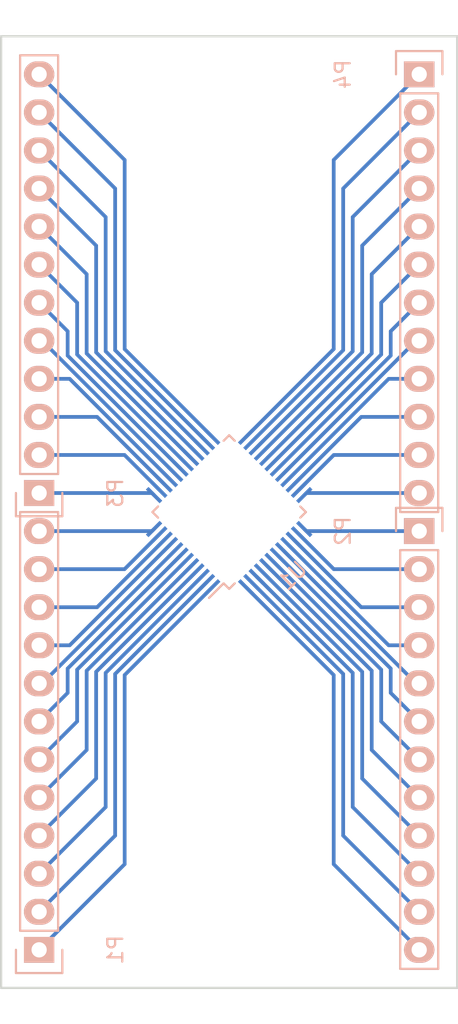
<source format=kicad_pcb>
(kicad_pcb (version 4) (host pcbnew 4.0.2-stable)

  (general
    (links 48)
    (no_connects 0)
    (area 0 0 0 0)
    (thickness 1.6)
    (drawings 4)
    (tracks 124)
    (zones 0)
    (modules 5)
    (nets 49)
  )

  (page A4)
  (layers
    (0 F.Cu signal)
    (31 B.Cu signal)
    (32 B.Adhes user)
    (33 F.Adhes user)
    (34 B.Paste user)
    (35 F.Paste user)
    (36 B.SilkS user)
    (37 F.SilkS user)
    (38 B.Mask user)
    (39 F.Mask user)
    (40 Dwgs.User user)
    (41 Cmts.User user)
    (42 Eco1.User user)
    (43 Eco2.User user)
    (44 Edge.Cuts user)
    (45 Margin user)
    (46 B.CrtYd user)
    (47 F.CrtYd user)
    (48 B.Fab user)
    (49 F.Fab user)
  )

  (setup
    (last_trace_width 0.25)
    (user_trace_width 0.3)
    (trace_clearance 0.2)
    (zone_clearance 0.508)
    (zone_45_only no)
    (trace_min 0.2)
    (segment_width 0.2)
    (edge_width 0.15)
    (via_size 0.6)
    (via_drill 0.4)
    (via_min_size 0.4)
    (via_min_drill 0.3)
    (uvia_size 0.3)
    (uvia_drill 0.1)
    (uvias_allowed no)
    (uvia_min_size 0.2)
    (uvia_min_drill 0.1)
    (pcb_text_width 0.3)
    (pcb_text_size 1.5 1.5)
    (mod_edge_width 0.15)
    (mod_text_size 1 1)
    (mod_text_width 0.15)
    (pad_size 1.524 1.524)
    (pad_drill 0.762)
    (pad_to_mask_clearance 0.2)
    (aux_axis_origin 0 0)
    (visible_elements FFFFFF7F)
    (pcbplotparams
      (layerselection 0x00030_80000001)
      (usegerberextensions false)
      (excludeedgelayer true)
      (linewidth 0.100000)
      (plotframeref false)
      (viasonmask false)
      (mode 1)
      (useauxorigin false)
      (hpglpennumber 1)
      (hpglpenspeed 20)
      (hpglpendiameter 15)
      (hpglpenoverlay 2)
      (psnegative false)
      (psa4output false)
      (plotreference true)
      (plotvalue true)
      (plotinvisibletext false)
      (padsonsilk false)
      (subtractmaskfromsilk false)
      (outputformat 1)
      (mirror false)
      (drillshape 1)
      (scaleselection 1)
      (outputdirectory ""))
  )

  (net 0 "")
  (net 1 "Net-(P1-Pad1)")
  (net 2 "Net-(P1-Pad2)")
  (net 3 "Net-(P1-Pad3)")
  (net 4 "Net-(P1-Pad4)")
  (net 5 "Net-(P1-Pad5)")
  (net 6 "Net-(P1-Pad6)")
  (net 7 "Net-(P1-Pad7)")
  (net 8 "Net-(P1-Pad8)")
  (net 9 "Net-(P1-Pad9)")
  (net 10 "Net-(P1-Pad10)")
  (net 11 "Net-(P1-Pad11)")
  (net 12 "Net-(P1-Pad12)")
  (net 13 "Net-(P2-Pad1)")
  (net 14 "Net-(P2-Pad2)")
  (net 15 "Net-(P2-Pad3)")
  (net 16 "Net-(P2-Pad4)")
  (net 17 "Net-(P2-Pad5)")
  (net 18 "Net-(P2-Pad6)")
  (net 19 "Net-(P2-Pad7)")
  (net 20 "Net-(P2-Pad8)")
  (net 21 "Net-(P2-Pad9)")
  (net 22 "Net-(P2-Pad10)")
  (net 23 "Net-(P2-Pad11)")
  (net 24 "Net-(P2-Pad12)")
  (net 25 "Net-(P3-Pad1)")
  (net 26 "Net-(P3-Pad2)")
  (net 27 "Net-(P3-Pad3)")
  (net 28 "Net-(P3-Pad4)")
  (net 29 "Net-(P3-Pad5)")
  (net 30 "Net-(P3-Pad6)")
  (net 31 "Net-(P3-Pad7)")
  (net 32 "Net-(P3-Pad8)")
  (net 33 "Net-(P3-Pad9)")
  (net 34 "Net-(P3-Pad10)")
  (net 35 "Net-(P3-Pad11)")
  (net 36 "Net-(P3-Pad12)")
  (net 37 "Net-(P4-Pad1)")
  (net 38 "Net-(P4-Pad2)")
  (net 39 "Net-(P4-Pad3)")
  (net 40 "Net-(P4-Pad4)")
  (net 41 "Net-(P4-Pad5)")
  (net 42 "Net-(P4-Pad6)")
  (net 43 "Net-(P4-Pad7)")
  (net 44 "Net-(P4-Pad8)")
  (net 45 "Net-(P4-Pad9)")
  (net 46 "Net-(P4-Pad10)")
  (net 47 "Net-(P4-Pad11)")
  (net 48 "Net-(P4-Pad12)")

  (net_class Default "これは標準のネット クラスです。"
    (clearance 0.2)
    (trace_width 0.25)
    (via_dia 0.6)
    (via_drill 0.4)
    (uvia_dia 0.3)
    (uvia_drill 0.1)
    (add_net "Net-(P1-Pad1)")
    (add_net "Net-(P1-Pad10)")
    (add_net "Net-(P1-Pad11)")
    (add_net "Net-(P1-Pad12)")
    (add_net "Net-(P1-Pad2)")
    (add_net "Net-(P1-Pad3)")
    (add_net "Net-(P1-Pad4)")
    (add_net "Net-(P1-Pad5)")
    (add_net "Net-(P1-Pad6)")
    (add_net "Net-(P1-Pad7)")
    (add_net "Net-(P1-Pad8)")
    (add_net "Net-(P1-Pad9)")
    (add_net "Net-(P2-Pad1)")
    (add_net "Net-(P2-Pad10)")
    (add_net "Net-(P2-Pad11)")
    (add_net "Net-(P2-Pad12)")
    (add_net "Net-(P2-Pad2)")
    (add_net "Net-(P2-Pad3)")
    (add_net "Net-(P2-Pad4)")
    (add_net "Net-(P2-Pad5)")
    (add_net "Net-(P2-Pad6)")
    (add_net "Net-(P2-Pad7)")
    (add_net "Net-(P2-Pad8)")
    (add_net "Net-(P2-Pad9)")
    (add_net "Net-(P3-Pad1)")
    (add_net "Net-(P3-Pad10)")
    (add_net "Net-(P3-Pad11)")
    (add_net "Net-(P3-Pad12)")
    (add_net "Net-(P3-Pad2)")
    (add_net "Net-(P3-Pad3)")
    (add_net "Net-(P3-Pad4)")
    (add_net "Net-(P3-Pad5)")
    (add_net "Net-(P3-Pad6)")
    (add_net "Net-(P3-Pad7)")
    (add_net "Net-(P3-Pad8)")
    (add_net "Net-(P3-Pad9)")
    (add_net "Net-(P4-Pad1)")
    (add_net "Net-(P4-Pad10)")
    (add_net "Net-(P4-Pad11)")
    (add_net "Net-(P4-Pad12)")
    (add_net "Net-(P4-Pad2)")
    (add_net "Net-(P4-Pad3)")
    (add_net "Net-(P4-Pad4)")
    (add_net "Net-(P4-Pad5)")
    (add_net "Net-(P4-Pad6)")
    (add_net "Net-(P4-Pad7)")
    (add_net "Net-(P4-Pad8)")
    (add_net "Net-(P4-Pad9)")
  )

  (module Socket_Strips:Socket_Strip_Straight_1x12 (layer B.Cu) (tedit 0) (tstamp 575CDDAF)
    (at 142.24 139.7 90)
    (descr "Through hole socket strip")
    (tags "socket strip")
    (path /575C2E06)
    (fp_text reference P1 (at 0 5.1 90) (layer B.SilkS)
      (effects (font (size 1 1) (thickness 0.15)) (justify mirror))
    )
    (fp_text value CONN_01X12 (at 0 3.1 90) (layer B.Fab)
      (effects (font (size 1 1) (thickness 0.15)) (justify mirror))
    )
    (fp_line (start -1.75 1.75) (end -1.75 -1.75) (layer B.CrtYd) (width 0.05))
    (fp_line (start 29.7 1.75) (end 29.7 -1.75) (layer B.CrtYd) (width 0.05))
    (fp_line (start -1.75 1.75) (end 29.7 1.75) (layer B.CrtYd) (width 0.05))
    (fp_line (start -1.75 -1.75) (end 29.7 -1.75) (layer B.CrtYd) (width 0.05))
    (fp_line (start 1.27 -1.27) (end 29.21 -1.27) (layer B.SilkS) (width 0.15))
    (fp_line (start 29.21 -1.27) (end 29.21 1.27) (layer B.SilkS) (width 0.15))
    (fp_line (start 29.21 1.27) (end 1.27 1.27) (layer B.SilkS) (width 0.15))
    (fp_line (start -1.55 -1.55) (end 0 -1.55) (layer B.SilkS) (width 0.15))
    (fp_line (start 1.27 -1.27) (end 1.27 1.27) (layer B.SilkS) (width 0.15))
    (fp_line (start 0 1.55) (end -1.55 1.55) (layer B.SilkS) (width 0.15))
    (fp_line (start -1.55 1.55) (end -1.55 -1.55) (layer B.SilkS) (width 0.15))
    (pad 1 thru_hole rect (at 0 0 90) (size 1.7272 2.032) (drill 1.016) (layers *.Cu *.Mask B.SilkS)
      (net 1 "Net-(P1-Pad1)"))
    (pad 2 thru_hole oval (at 2.54 0 90) (size 1.7272 2.032) (drill 1.016) (layers *.Cu *.Mask B.SilkS)
      (net 2 "Net-(P1-Pad2)"))
    (pad 3 thru_hole oval (at 5.08 0 90) (size 1.7272 2.032) (drill 1.016) (layers *.Cu *.Mask B.SilkS)
      (net 3 "Net-(P1-Pad3)"))
    (pad 4 thru_hole oval (at 7.62 0 90) (size 1.7272 2.032) (drill 1.016) (layers *.Cu *.Mask B.SilkS)
      (net 4 "Net-(P1-Pad4)"))
    (pad 5 thru_hole oval (at 10.16 0 90) (size 1.7272 2.032) (drill 1.016) (layers *.Cu *.Mask B.SilkS)
      (net 5 "Net-(P1-Pad5)"))
    (pad 6 thru_hole oval (at 12.7 0 90) (size 1.7272 2.032) (drill 1.016) (layers *.Cu *.Mask B.SilkS)
      (net 6 "Net-(P1-Pad6)"))
    (pad 7 thru_hole oval (at 15.24 0 90) (size 1.7272 2.032) (drill 1.016) (layers *.Cu *.Mask B.SilkS)
      (net 7 "Net-(P1-Pad7)"))
    (pad 8 thru_hole oval (at 17.78 0 90) (size 1.7272 2.032) (drill 1.016) (layers *.Cu *.Mask B.SilkS)
      (net 8 "Net-(P1-Pad8)"))
    (pad 9 thru_hole oval (at 20.32 0 90) (size 1.7272 2.032) (drill 1.016) (layers *.Cu *.Mask B.SilkS)
      (net 9 "Net-(P1-Pad9)"))
    (pad 10 thru_hole oval (at 22.86 0 90) (size 1.7272 2.032) (drill 1.016) (layers *.Cu *.Mask B.SilkS)
      (net 10 "Net-(P1-Pad10)"))
    (pad 11 thru_hole oval (at 25.4 0 90) (size 1.7272 2.032) (drill 1.016) (layers *.Cu *.Mask B.SilkS)
      (net 11 "Net-(P1-Pad11)"))
    (pad 12 thru_hole oval (at 27.94 0 90) (size 1.7272 2.032) (drill 1.016) (layers *.Cu *.Mask B.SilkS)
      (net 12 "Net-(P1-Pad12)"))
    (model Socket_Strips.3dshapes/Socket_Strip_Straight_1x12.wrl
      (at (xyz 0.55 0 0))
      (scale (xyz 1 1 1))
      (rotate (xyz 0 0 180))
    )
  )

  (module Socket_Strips:Socket_Strip_Straight_1x12 (layer B.Cu) (tedit 0) (tstamp 575CDDBF)
    (at 167.64 111.76 270)
    (descr "Through hole socket strip")
    (tags "socket strip")
    (path /575C2F60)
    (fp_text reference P2 (at 0 5.1 270) (layer B.SilkS)
      (effects (font (size 1 1) (thickness 0.15)) (justify mirror))
    )
    (fp_text value CONN_01X12 (at 0 3.1 270) (layer B.Fab)
      (effects (font (size 1 1) (thickness 0.15)) (justify mirror))
    )
    (fp_line (start -1.75 1.75) (end -1.75 -1.75) (layer B.CrtYd) (width 0.05))
    (fp_line (start 29.7 1.75) (end 29.7 -1.75) (layer B.CrtYd) (width 0.05))
    (fp_line (start -1.75 1.75) (end 29.7 1.75) (layer B.CrtYd) (width 0.05))
    (fp_line (start -1.75 -1.75) (end 29.7 -1.75) (layer B.CrtYd) (width 0.05))
    (fp_line (start 1.27 -1.27) (end 29.21 -1.27) (layer B.SilkS) (width 0.15))
    (fp_line (start 29.21 -1.27) (end 29.21 1.27) (layer B.SilkS) (width 0.15))
    (fp_line (start 29.21 1.27) (end 1.27 1.27) (layer B.SilkS) (width 0.15))
    (fp_line (start -1.55 -1.55) (end 0 -1.55) (layer B.SilkS) (width 0.15))
    (fp_line (start 1.27 -1.27) (end 1.27 1.27) (layer B.SilkS) (width 0.15))
    (fp_line (start 0 1.55) (end -1.55 1.55) (layer B.SilkS) (width 0.15))
    (fp_line (start -1.55 1.55) (end -1.55 -1.55) (layer B.SilkS) (width 0.15))
    (pad 1 thru_hole rect (at 0 0 270) (size 1.7272 2.032) (drill 1.016) (layers *.Cu *.Mask B.SilkS)
      (net 13 "Net-(P2-Pad1)"))
    (pad 2 thru_hole oval (at 2.54 0 270) (size 1.7272 2.032) (drill 1.016) (layers *.Cu *.Mask B.SilkS)
      (net 14 "Net-(P2-Pad2)"))
    (pad 3 thru_hole oval (at 5.08 0 270) (size 1.7272 2.032) (drill 1.016) (layers *.Cu *.Mask B.SilkS)
      (net 15 "Net-(P2-Pad3)"))
    (pad 4 thru_hole oval (at 7.62 0 270) (size 1.7272 2.032) (drill 1.016) (layers *.Cu *.Mask B.SilkS)
      (net 16 "Net-(P2-Pad4)"))
    (pad 5 thru_hole oval (at 10.16 0 270) (size 1.7272 2.032) (drill 1.016) (layers *.Cu *.Mask B.SilkS)
      (net 17 "Net-(P2-Pad5)"))
    (pad 6 thru_hole oval (at 12.7 0 270) (size 1.7272 2.032) (drill 1.016) (layers *.Cu *.Mask B.SilkS)
      (net 18 "Net-(P2-Pad6)"))
    (pad 7 thru_hole oval (at 15.24 0 270) (size 1.7272 2.032) (drill 1.016) (layers *.Cu *.Mask B.SilkS)
      (net 19 "Net-(P2-Pad7)"))
    (pad 8 thru_hole oval (at 17.78 0 270) (size 1.7272 2.032) (drill 1.016) (layers *.Cu *.Mask B.SilkS)
      (net 20 "Net-(P2-Pad8)"))
    (pad 9 thru_hole oval (at 20.32 0 270) (size 1.7272 2.032) (drill 1.016) (layers *.Cu *.Mask B.SilkS)
      (net 21 "Net-(P2-Pad9)"))
    (pad 10 thru_hole oval (at 22.86 0 270) (size 1.7272 2.032) (drill 1.016) (layers *.Cu *.Mask B.SilkS)
      (net 22 "Net-(P2-Pad10)"))
    (pad 11 thru_hole oval (at 25.4 0 270) (size 1.7272 2.032) (drill 1.016) (layers *.Cu *.Mask B.SilkS)
      (net 23 "Net-(P2-Pad11)"))
    (pad 12 thru_hole oval (at 27.94 0 270) (size 1.7272 2.032) (drill 1.016) (layers *.Cu *.Mask B.SilkS)
      (net 24 "Net-(P2-Pad12)"))
    (model Socket_Strips.3dshapes/Socket_Strip_Straight_1x12.wrl
      (at (xyz 0.55 0 0))
      (scale (xyz 1 1 1))
      (rotate (xyz 0 0 180))
    )
  )

  (module Socket_Strips:Socket_Strip_Straight_1x12 (layer B.Cu) (tedit 0) (tstamp 575CDDCF)
    (at 142.24 109.22 90)
    (descr "Through hole socket strip")
    (tags "socket strip")
    (path /575C2E74)
    (fp_text reference P3 (at 0 5.1 90) (layer B.SilkS)
      (effects (font (size 1 1) (thickness 0.15)) (justify mirror))
    )
    (fp_text value CONN_01X12 (at 0 3.1 90) (layer B.Fab)
      (effects (font (size 1 1) (thickness 0.15)) (justify mirror))
    )
    (fp_line (start -1.75 1.75) (end -1.75 -1.75) (layer B.CrtYd) (width 0.05))
    (fp_line (start 29.7 1.75) (end 29.7 -1.75) (layer B.CrtYd) (width 0.05))
    (fp_line (start -1.75 1.75) (end 29.7 1.75) (layer B.CrtYd) (width 0.05))
    (fp_line (start -1.75 -1.75) (end 29.7 -1.75) (layer B.CrtYd) (width 0.05))
    (fp_line (start 1.27 -1.27) (end 29.21 -1.27) (layer B.SilkS) (width 0.15))
    (fp_line (start 29.21 -1.27) (end 29.21 1.27) (layer B.SilkS) (width 0.15))
    (fp_line (start 29.21 1.27) (end 1.27 1.27) (layer B.SilkS) (width 0.15))
    (fp_line (start -1.55 -1.55) (end 0 -1.55) (layer B.SilkS) (width 0.15))
    (fp_line (start 1.27 -1.27) (end 1.27 1.27) (layer B.SilkS) (width 0.15))
    (fp_line (start 0 1.55) (end -1.55 1.55) (layer B.SilkS) (width 0.15))
    (fp_line (start -1.55 1.55) (end -1.55 -1.55) (layer B.SilkS) (width 0.15))
    (pad 1 thru_hole rect (at 0 0 90) (size 1.7272 2.032) (drill 1.016) (layers *.Cu *.Mask B.SilkS)
      (net 25 "Net-(P3-Pad1)"))
    (pad 2 thru_hole oval (at 2.54 0 90) (size 1.7272 2.032) (drill 1.016) (layers *.Cu *.Mask B.SilkS)
      (net 26 "Net-(P3-Pad2)"))
    (pad 3 thru_hole oval (at 5.08 0 90) (size 1.7272 2.032) (drill 1.016) (layers *.Cu *.Mask B.SilkS)
      (net 27 "Net-(P3-Pad3)"))
    (pad 4 thru_hole oval (at 7.62 0 90) (size 1.7272 2.032) (drill 1.016) (layers *.Cu *.Mask B.SilkS)
      (net 28 "Net-(P3-Pad4)"))
    (pad 5 thru_hole oval (at 10.16 0 90) (size 1.7272 2.032) (drill 1.016) (layers *.Cu *.Mask B.SilkS)
      (net 29 "Net-(P3-Pad5)"))
    (pad 6 thru_hole oval (at 12.7 0 90) (size 1.7272 2.032) (drill 1.016) (layers *.Cu *.Mask B.SilkS)
      (net 30 "Net-(P3-Pad6)"))
    (pad 7 thru_hole oval (at 15.24 0 90) (size 1.7272 2.032) (drill 1.016) (layers *.Cu *.Mask B.SilkS)
      (net 31 "Net-(P3-Pad7)"))
    (pad 8 thru_hole oval (at 17.78 0 90) (size 1.7272 2.032) (drill 1.016) (layers *.Cu *.Mask B.SilkS)
      (net 32 "Net-(P3-Pad8)"))
    (pad 9 thru_hole oval (at 20.32 0 90) (size 1.7272 2.032) (drill 1.016) (layers *.Cu *.Mask B.SilkS)
      (net 33 "Net-(P3-Pad9)"))
    (pad 10 thru_hole oval (at 22.86 0 90) (size 1.7272 2.032) (drill 1.016) (layers *.Cu *.Mask B.SilkS)
      (net 34 "Net-(P3-Pad10)"))
    (pad 11 thru_hole oval (at 25.4 0 90) (size 1.7272 2.032) (drill 1.016) (layers *.Cu *.Mask B.SilkS)
      (net 35 "Net-(P3-Pad11)"))
    (pad 12 thru_hole oval (at 27.94 0 90) (size 1.7272 2.032) (drill 1.016) (layers *.Cu *.Mask B.SilkS)
      (net 36 "Net-(P3-Pad12)"))
    (model Socket_Strips.3dshapes/Socket_Strip_Straight_1x12.wrl
      (at (xyz 0.55 0 0))
      (scale (xyz 1 1 1))
      (rotate (xyz 0 0 180))
    )
  )

  (module Socket_Strips:Socket_Strip_Straight_1x12 (layer B.Cu) (tedit 0) (tstamp 575CDDDF)
    (at 167.64 81.28 270)
    (descr "Through hole socket strip")
    (tags "socket strip")
    (path /575C2F02)
    (fp_text reference P4 (at 0 5.1 270) (layer B.SilkS)
      (effects (font (size 1 1) (thickness 0.15)) (justify mirror))
    )
    (fp_text value CONN_01X12 (at 0 3.1 270) (layer B.Fab)
      (effects (font (size 1 1) (thickness 0.15)) (justify mirror))
    )
    (fp_line (start -1.75 1.75) (end -1.75 -1.75) (layer B.CrtYd) (width 0.05))
    (fp_line (start 29.7 1.75) (end 29.7 -1.75) (layer B.CrtYd) (width 0.05))
    (fp_line (start -1.75 1.75) (end 29.7 1.75) (layer B.CrtYd) (width 0.05))
    (fp_line (start -1.75 -1.75) (end 29.7 -1.75) (layer B.CrtYd) (width 0.05))
    (fp_line (start 1.27 -1.27) (end 29.21 -1.27) (layer B.SilkS) (width 0.15))
    (fp_line (start 29.21 -1.27) (end 29.21 1.27) (layer B.SilkS) (width 0.15))
    (fp_line (start 29.21 1.27) (end 1.27 1.27) (layer B.SilkS) (width 0.15))
    (fp_line (start -1.55 -1.55) (end 0 -1.55) (layer B.SilkS) (width 0.15))
    (fp_line (start 1.27 -1.27) (end 1.27 1.27) (layer B.SilkS) (width 0.15))
    (fp_line (start 0 1.55) (end -1.55 1.55) (layer B.SilkS) (width 0.15))
    (fp_line (start -1.55 1.55) (end -1.55 -1.55) (layer B.SilkS) (width 0.15))
    (pad 1 thru_hole rect (at 0 0 270) (size 1.7272 2.032) (drill 1.016) (layers *.Cu *.Mask B.SilkS)
      (net 37 "Net-(P4-Pad1)"))
    (pad 2 thru_hole oval (at 2.54 0 270) (size 1.7272 2.032) (drill 1.016) (layers *.Cu *.Mask B.SilkS)
      (net 38 "Net-(P4-Pad2)"))
    (pad 3 thru_hole oval (at 5.08 0 270) (size 1.7272 2.032) (drill 1.016) (layers *.Cu *.Mask B.SilkS)
      (net 39 "Net-(P4-Pad3)"))
    (pad 4 thru_hole oval (at 7.62 0 270) (size 1.7272 2.032) (drill 1.016) (layers *.Cu *.Mask B.SilkS)
      (net 40 "Net-(P4-Pad4)"))
    (pad 5 thru_hole oval (at 10.16 0 270) (size 1.7272 2.032) (drill 1.016) (layers *.Cu *.Mask B.SilkS)
      (net 41 "Net-(P4-Pad5)"))
    (pad 6 thru_hole oval (at 12.7 0 270) (size 1.7272 2.032) (drill 1.016) (layers *.Cu *.Mask B.SilkS)
      (net 42 "Net-(P4-Pad6)"))
    (pad 7 thru_hole oval (at 15.24 0 270) (size 1.7272 2.032) (drill 1.016) (layers *.Cu *.Mask B.SilkS)
      (net 43 "Net-(P4-Pad7)"))
    (pad 8 thru_hole oval (at 17.78 0 270) (size 1.7272 2.032) (drill 1.016) (layers *.Cu *.Mask B.SilkS)
      (net 44 "Net-(P4-Pad8)"))
    (pad 9 thru_hole oval (at 20.32 0 270) (size 1.7272 2.032) (drill 1.016) (layers *.Cu *.Mask B.SilkS)
      (net 45 "Net-(P4-Pad9)"))
    (pad 10 thru_hole oval (at 22.86 0 270) (size 1.7272 2.032) (drill 1.016) (layers *.Cu *.Mask B.SilkS)
      (net 46 "Net-(P4-Pad10)"))
    (pad 11 thru_hole oval (at 25.4 0 270) (size 1.7272 2.032) (drill 1.016) (layers *.Cu *.Mask B.SilkS)
      (net 47 "Net-(P4-Pad11)"))
    (pad 12 thru_hole oval (at 27.94 0 270) (size 1.7272 2.032) (drill 1.016) (layers *.Cu *.Mask B.SilkS)
      (net 48 "Net-(P4-Pad12)"))
    (model Socket_Strips.3dshapes/Socket_Strip_Straight_1x12.wrl
      (at (xyz 0.55 0 0))
      (scale (xyz 1 1 1))
      (rotate (xyz 0 0 180))
    )
  )

  (module Housings_QFP:TQFP-48_7x7mm_Pitch0.5mm (layer B.Cu) (tedit 54130A77) (tstamp 575CDE13)
    (at 154.94 110.49 45)
    (descr "48 LEAD TQFP 7x7mm (see MICREL TQFP7x7-48LD-PL-1.pdf)")
    (tags "QFP 0.5")
    (path /575C29C6)
    (attr smd)
    (fp_text reference U1 (at 0 6 45) (layer B.SilkS)
      (effects (font (size 1 1) (thickness 0.15)) (justify mirror))
    )
    (fp_text value STM32F103_48 (at 0 -6 45) (layer B.Fab)
      (effects (font (size 1 1) (thickness 0.15)) (justify mirror))
    )
    (fp_line (start -5.25 5.25) (end -5.25 -5.25) (layer B.CrtYd) (width 0.05))
    (fp_line (start 5.25 5.25) (end 5.25 -5.25) (layer B.CrtYd) (width 0.05))
    (fp_line (start -5.25 5.25) (end 5.25 5.25) (layer B.CrtYd) (width 0.05))
    (fp_line (start -5.25 -5.25) (end 5.25 -5.25) (layer B.CrtYd) (width 0.05))
    (fp_line (start -3.625 3.625) (end -3.625 3.1) (layer B.SilkS) (width 0.15))
    (fp_line (start 3.625 3.625) (end 3.625 3.1) (layer B.SilkS) (width 0.15))
    (fp_line (start 3.625 -3.625) (end 3.625 -3.1) (layer B.SilkS) (width 0.15))
    (fp_line (start -3.625 -3.625) (end -3.625 -3.1) (layer B.SilkS) (width 0.15))
    (fp_line (start -3.625 3.625) (end -3.1 3.625) (layer B.SilkS) (width 0.15))
    (fp_line (start -3.625 -3.625) (end -3.1 -3.625) (layer B.SilkS) (width 0.15))
    (fp_line (start 3.625 -3.625) (end 3.1 -3.625) (layer B.SilkS) (width 0.15))
    (fp_line (start 3.625 3.625) (end 3.1 3.625) (layer B.SilkS) (width 0.15))
    (fp_line (start -3.625 3.1) (end -5 3.1) (layer B.SilkS) (width 0.15))
    (pad 1 smd rect (at -4.35 2.75 45) (size 1.3 0.25) (layers B.Cu B.Paste B.Mask)
      (net 1 "Net-(P1-Pad1)"))
    (pad 2 smd rect (at -4.35 2.25 45) (size 1.3 0.25) (layers B.Cu B.Paste B.Mask)
      (net 2 "Net-(P1-Pad2)"))
    (pad 3 smd rect (at -4.35 1.75 45) (size 1.3 0.25) (layers B.Cu B.Paste B.Mask)
      (net 3 "Net-(P1-Pad3)"))
    (pad 4 smd rect (at -4.35 1.25 45) (size 1.3 0.25) (layers B.Cu B.Paste B.Mask)
      (net 4 "Net-(P1-Pad4)"))
    (pad 5 smd rect (at -4.35 0.75 45) (size 1.3 0.25) (layers B.Cu B.Paste B.Mask)
      (net 5 "Net-(P1-Pad5)"))
    (pad 6 smd rect (at -4.35 0.25 45) (size 1.3 0.25) (layers B.Cu B.Paste B.Mask)
      (net 6 "Net-(P1-Pad6)"))
    (pad 7 smd rect (at -4.35 -0.25 45) (size 1.3 0.25) (layers B.Cu B.Paste B.Mask)
      (net 7 "Net-(P1-Pad7)"))
    (pad 8 smd rect (at -4.35 -0.75 45) (size 1.3 0.25) (layers B.Cu B.Paste B.Mask)
      (net 8 "Net-(P1-Pad8)"))
    (pad 9 smd rect (at -4.35 -1.25 45) (size 1.3 0.25) (layers B.Cu B.Paste B.Mask)
      (net 9 "Net-(P1-Pad9)"))
    (pad 10 smd rect (at -4.35 -1.75 45) (size 1.3 0.25) (layers B.Cu B.Paste B.Mask)
      (net 10 "Net-(P1-Pad10)"))
    (pad 11 smd rect (at -4.35 -2.25 45) (size 1.3 0.25) (layers B.Cu B.Paste B.Mask)
      (net 11 "Net-(P1-Pad11)"))
    (pad 12 smd rect (at -4.35 -2.75 45) (size 1.3 0.25) (layers B.Cu B.Paste B.Mask)
      (net 12 "Net-(P1-Pad12)"))
    (pad 13 smd rect (at -2.75 -4.35 315) (size 1.3 0.25) (layers B.Cu B.Paste B.Mask)
      (net 25 "Net-(P3-Pad1)"))
    (pad 14 smd rect (at -2.25 -4.35 315) (size 1.3 0.25) (layers B.Cu B.Paste B.Mask)
      (net 26 "Net-(P3-Pad2)"))
    (pad 15 smd rect (at -1.75 -4.35 315) (size 1.3 0.25) (layers B.Cu B.Paste B.Mask)
      (net 27 "Net-(P3-Pad3)"))
    (pad 16 smd rect (at -1.25 -4.35 315) (size 1.3 0.25) (layers B.Cu B.Paste B.Mask)
      (net 28 "Net-(P3-Pad4)"))
    (pad 17 smd rect (at -0.75 -4.35 315) (size 1.3 0.25) (layers B.Cu B.Paste B.Mask)
      (net 29 "Net-(P3-Pad5)"))
    (pad 18 smd rect (at -0.25 -4.35 315) (size 1.3 0.25) (layers B.Cu B.Paste B.Mask)
      (net 30 "Net-(P3-Pad6)"))
    (pad 19 smd rect (at 0.25 -4.35 315) (size 1.3 0.25) (layers B.Cu B.Paste B.Mask)
      (net 31 "Net-(P3-Pad7)"))
    (pad 20 smd rect (at 0.75 -4.35 315) (size 1.3 0.25) (layers B.Cu B.Paste B.Mask)
      (net 32 "Net-(P3-Pad8)"))
    (pad 21 smd rect (at 1.25 -4.35 315) (size 1.3 0.25) (layers B.Cu B.Paste B.Mask)
      (net 33 "Net-(P3-Pad9)"))
    (pad 22 smd rect (at 1.75 -4.35 315) (size 1.3 0.25) (layers B.Cu B.Paste B.Mask)
      (net 34 "Net-(P3-Pad10)"))
    (pad 23 smd rect (at 2.25 -4.35 315) (size 1.3 0.25) (layers B.Cu B.Paste B.Mask)
      (net 35 "Net-(P3-Pad11)"))
    (pad 24 smd rect (at 2.75 -4.35 315) (size 1.3 0.25) (layers B.Cu B.Paste B.Mask)
      (net 36 "Net-(P3-Pad12)"))
    (pad 25 smd rect (at 4.35 -2.75 45) (size 1.3 0.25) (layers B.Cu B.Paste B.Mask)
      (net 37 "Net-(P4-Pad1)"))
    (pad 26 smd rect (at 4.35 -2.25 45) (size 1.3 0.25) (layers B.Cu B.Paste B.Mask)
      (net 38 "Net-(P4-Pad2)"))
    (pad 27 smd rect (at 4.35 -1.75 45) (size 1.3 0.25) (layers B.Cu B.Paste B.Mask)
      (net 39 "Net-(P4-Pad3)"))
    (pad 28 smd rect (at 4.35 -1.25 45) (size 1.3 0.25) (layers B.Cu B.Paste B.Mask)
      (net 40 "Net-(P4-Pad4)"))
    (pad 29 smd rect (at 4.35 -0.75 45) (size 1.3 0.25) (layers B.Cu B.Paste B.Mask)
      (net 41 "Net-(P4-Pad5)"))
    (pad 30 smd rect (at 4.35 -0.25 45) (size 1.3 0.25) (layers B.Cu B.Paste B.Mask)
      (net 42 "Net-(P4-Pad6)"))
    (pad 31 smd rect (at 4.35 0.25 45) (size 1.3 0.25) (layers B.Cu B.Paste B.Mask)
      (net 43 "Net-(P4-Pad7)"))
    (pad 32 smd rect (at 4.35 0.75 45) (size 1.3 0.25) (layers B.Cu B.Paste B.Mask)
      (net 44 "Net-(P4-Pad8)"))
    (pad 33 smd rect (at 4.35 1.25 45) (size 1.3 0.25) (layers B.Cu B.Paste B.Mask)
      (net 45 "Net-(P4-Pad9)"))
    (pad 34 smd rect (at 4.35 1.75 45) (size 1.3 0.25) (layers B.Cu B.Paste B.Mask)
      (net 46 "Net-(P4-Pad10)"))
    (pad 35 smd rect (at 4.35 2.25 45) (size 1.3 0.25) (layers B.Cu B.Paste B.Mask)
      (net 47 "Net-(P4-Pad11)"))
    (pad 36 smd rect (at 4.35 2.75 45) (size 1.3 0.25) (layers B.Cu B.Paste B.Mask)
      (net 48 "Net-(P4-Pad12)"))
    (pad 37 smd rect (at 2.75 4.35 315) (size 1.3 0.25) (layers B.Cu B.Paste B.Mask)
      (net 13 "Net-(P2-Pad1)"))
    (pad 38 smd rect (at 2.25 4.35 315) (size 1.3 0.25) (layers B.Cu B.Paste B.Mask)
      (net 14 "Net-(P2-Pad2)"))
    (pad 39 smd rect (at 1.75 4.35 315) (size 1.3 0.25) (layers B.Cu B.Paste B.Mask)
      (net 15 "Net-(P2-Pad3)"))
    (pad 40 smd rect (at 1.25 4.35 315) (size 1.3 0.25) (layers B.Cu B.Paste B.Mask)
      (net 16 "Net-(P2-Pad4)"))
    (pad 41 smd rect (at 0.75 4.35 315) (size 1.3 0.25) (layers B.Cu B.Paste B.Mask)
      (net 17 "Net-(P2-Pad5)"))
    (pad 42 smd rect (at 0.25 4.35 315) (size 1.3 0.25) (layers B.Cu B.Paste B.Mask)
      (net 18 "Net-(P2-Pad6)"))
    (pad 43 smd rect (at -0.25 4.35 315) (size 1.3 0.25) (layers B.Cu B.Paste B.Mask)
      (net 19 "Net-(P2-Pad7)"))
    (pad 44 smd rect (at -0.75 4.35 315) (size 1.3 0.25) (layers B.Cu B.Paste B.Mask)
      (net 20 "Net-(P2-Pad8)"))
    (pad 45 smd rect (at -1.25 4.35 315) (size 1.3 0.25) (layers B.Cu B.Paste B.Mask)
      (net 21 "Net-(P2-Pad9)"))
    (pad 46 smd rect (at -1.75 4.35 315) (size 1.3 0.25) (layers B.Cu B.Paste B.Mask)
      (net 22 "Net-(P2-Pad10)"))
    (pad 47 smd rect (at -2.25 4.35 315) (size 1.3 0.25) (layers B.Cu B.Paste B.Mask)
      (net 23 "Net-(P2-Pad11)"))
    (pad 48 smd rect (at -2.75 4.35 315) (size 1.3 0.25) (layers B.Cu B.Paste B.Mask)
      (net 24 "Net-(P2-Pad12)"))
    (model Housings_QFP.3dshapes/TQFP-48_7x7mm_Pitch0.5mm.wrl
      (at (xyz 0 0 0))
      (scale (xyz 1 1 1))
      (rotate (xyz 0 0 0))
    )
  )

  (gr_line (start 170.18 142.24) (end 170.18 78.74) (angle 90) (layer Edge.Cuts) (width 0.15))
  (gr_line (start 139.7 142.24) (end 170.18 142.24) (angle 90) (layer Edge.Cuts) (width 0.15))
  (gr_line (start 139.7 78.74) (end 139.7 142.24) (angle 90) (layer Edge.Cuts) (width 0.15))
  (gr_line (start 170.18 78.74) (end 139.7 78.74) (angle 90) (layer Edge.Cuts) (width 0.15))

  (segment (start 153.808629 115.510458) (end 147.955 121.364087) (width 0.25) (layer B.Cu) (net 1) (status 400000))
  (segment (start 147.955 133.985) (end 142.24 139.7) (width 0.25) (layer B.Cu) (net 1) (tstamp 575CE1D9) (status 800000))
  (segment (start 147.955 121.364087) (end 147.955 133.985) (width 0.25) (layer B.Cu) (net 1) (tstamp 575CE1D7))
  (segment (start 153.455076 115.156905) (end 147.32 121.291981) (width 0.25) (layer B.Cu) (net 2) (status 400000))
  (segment (start 147.32 132.08) (end 142.24 137.16) (width 0.25) (layer B.Cu) (net 2) (tstamp 575CE1D3) (status 800000))
  (segment (start 147.32 121.291981) (end 147.32 132.08) (width 0.25) (layer B.Cu) (net 2) (tstamp 575CE1D1))
  (segment (start 153.101522 114.803351) (end 146.685 121.219873) (width 0.25) (layer B.Cu) (net 3) (status 400000))
  (segment (start 146.685 130.175) (end 142.24 134.62) (width 0.25) (layer B.Cu) (net 3) (tstamp 575CE1CC) (status 800000))
  (segment (start 146.685 121.219873) (end 146.685 130.175) (width 0.25) (layer B.Cu) (net 3) (tstamp 575CE1CA))
  (segment (start 152.747969 114.449798) (end 146.05 121.147767) (width 0.25) (layer B.Cu) (net 4) (status 400000))
  (segment (start 146.05 128.27) (end 142.24 132.08) (width 0.25) (layer B.Cu) (net 4) (tstamp 575CE1C6) (status 800000))
  (segment (start 146.05 121.147767) (end 146.05 128.27) (width 0.25) (layer B.Cu) (net 4) (tstamp 575CE1C4))
  (segment (start 152.394416 114.096245) (end 145.415 121.075661) (width 0.25) (layer B.Cu) (net 5) (status 400000))
  (segment (start 145.415 126.365) (end 142.24 129.54) (width 0.25) (layer B.Cu) (net 5) (tstamp 575CE1C0) (status 800000))
  (segment (start 145.415 121.075661) (end 145.415 126.365) (width 0.25) (layer B.Cu) (net 5) (tstamp 575CE1BE))
  (segment (start 152.040862 113.742691) (end 144.78 121.003553) (width 0.25) (layer B.Cu) (net 6) (status 400000))
  (segment (start 144.78 124.46) (end 142.24 127) (width 0.25) (layer B.Cu) (net 6) (tstamp 575CE1BA) (status 800000))
  (segment (start 144.78 121.003553) (end 144.78 124.46) (width 0.25) (layer B.Cu) (net 6) (tstamp 575CE1B8))
  (segment (start 151.687309 113.389138) (end 144.145 120.931447) (width 0.25) (layer B.Cu) (net 7) (status 400000))
  (segment (start 144.145 122.555) (end 142.24 124.46) (width 0.25) (layer B.Cu) (net 7) (tstamp 575CE1B4) (status 800000))
  (segment (start 144.145 120.931447) (end 144.145 122.555) (width 0.25) (layer B.Cu) (net 7) (tstamp 575CE1B2))
  (segment (start 151.333755 113.035584) (end 142.449339 121.92) (width 0.25) (layer B.Cu) (net 8) (status C00000))
  (segment (start 142.449339 121.92) (end 142.24 121.92) (width 0.25) (layer B.Cu) (net 8) (tstamp 575CE1AE) (status C00000))
  (segment (start 150.980202 112.682031) (end 144.282233 119.38) (width 0.25) (layer B.Cu) (net 9) (status 400000))
  (segment (start 144.282233 119.38) (end 142.24 119.38) (width 0.25) (layer B.Cu) (net 9) (tstamp 575CE1AA) (status 800000))
  (segment (start 150.626649 112.328478) (end 146.115127 116.84) (width 0.25) (layer B.Cu) (net 10) (status 400000))
  (segment (start 146.115127 116.84) (end 142.24 116.84) (width 0.25) (layer B.Cu) (net 10) (tstamp 575CE1A6) (status 800000))
  (segment (start 150.273095 111.974924) (end 147.948019 114.3) (width 0.25) (layer B.Cu) (net 11) (status 400000))
  (segment (start 147.948019 114.3) (end 142.24 114.3) (width 0.25) (layer B.Cu) (net 11) (tstamp 575CE1A2) (status 800000))
  (segment (start 149.919542 111.621371) (end 149.780913 111.76) (width 0.25) (layer B.Cu) (net 12) (status C00000))
  (segment (start 149.780913 111.76) (end 142.24 111.76) (width 0.25) (layer B.Cu) (net 12) (tstamp 575CE19F) (status C00000))
  (segment (start 159.960458 111.621371) (end 160.099087 111.76) (width 0.25) (layer B.Cu) (net 13))
  (segment (start 160.099087 111.76) (end 167.64 111.76) (width 0.25) (layer B.Cu) (net 13) (tstamp 575CE161))
  (segment (start 159.606905 111.974924) (end 161.931981 114.3) (width 0.25) (layer B.Cu) (net 14))
  (segment (start 161.931981 114.3) (end 167.64 114.3) (width 0.25) (layer B.Cu) (net 14) (tstamp 575CE164))
  (segment (start 159.253351 112.328478) (end 163.764873 116.84) (width 0.25) (layer B.Cu) (net 15))
  (segment (start 163.764873 116.84) (end 167.64 116.84) (width 0.25) (layer B.Cu) (net 15) (tstamp 575CE168))
  (segment (start 158.899798 112.682031) (end 165.597767 119.38) (width 0.25) (layer B.Cu) (net 16) (status 400000))
  (segment (start 165.597767 119.38) (end 167.64 119.38) (width 0.25) (layer B.Cu) (net 16) (tstamp 575CE16D) (status 800000))
  (segment (start 158.546245 113.035584) (end 167.430661 121.92) (width 0.25) (layer B.Cu) (net 17) (status C00000))
  (segment (start 167.430661 121.92) (end 167.64 121.92) (width 0.25) (layer B.Cu) (net 17) (tstamp 575CE171) (status C00000))
  (segment (start 158.192691 113.389138) (end 165.735 120.931447) (width 0.25) (layer B.Cu) (net 18) (status 400000))
  (segment (start 165.735 122.555) (end 167.64 124.46) (width 0.25) (layer B.Cu) (net 18) (tstamp 575CE176) (status 800000))
  (segment (start 165.735 120.931447) (end 165.735 122.555) (width 0.25) (layer B.Cu) (net 18) (tstamp 575CE174))
  (segment (start 157.839138 113.742691) (end 165.1 121.003553) (width 0.25) (layer B.Cu) (net 19) (status 400000))
  (segment (start 165.1 124.46) (end 167.64 127) (width 0.25) (layer B.Cu) (net 19) (tstamp 575CE17C) (status 800000))
  (segment (start 165.1 121.003553) (end 165.1 124.46) (width 0.25) (layer B.Cu) (net 19) (tstamp 575CE17A))
  (segment (start 157.485584 114.096245) (end 164.465 121.075661) (width 0.25) (layer B.Cu) (net 20) (status 400000))
  (segment (start 164.465 126.365) (end 167.64 129.54) (width 0.25) (layer B.Cu) (net 20) (tstamp 575CE182) (status 800000))
  (segment (start 164.465 121.075661) (end 164.465 126.365) (width 0.25) (layer B.Cu) (net 20) (tstamp 575CE180))
  (segment (start 157.132031 114.449798) (end 163.83 121.147767) (width 0.25) (layer B.Cu) (net 21) (status 400000))
  (segment (start 163.83 128.27) (end 167.64 132.08) (width 0.25) (layer B.Cu) (net 21) (tstamp 575CE188) (status 800000))
  (segment (start 163.83 121.147767) (end 163.83 128.27) (width 0.25) (layer B.Cu) (net 21) (tstamp 575CE186))
  (segment (start 156.778478 114.803351) (end 163.195 121.219873) (width 0.25) (layer B.Cu) (net 22) (status 400000))
  (segment (start 163.195 130.175) (end 167.64 134.62) (width 0.25) (layer B.Cu) (net 22) (tstamp 575CE18E) (status 800000))
  (segment (start 163.195 121.219873) (end 163.195 130.175) (width 0.25) (layer B.Cu) (net 22) (tstamp 575CE18C))
  (segment (start 156.424924 115.156905) (end 162.56 121.291981) (width 0.25) (layer B.Cu) (net 23) (status 400000))
  (segment (start 162.56 132.08) (end 167.64 137.16) (width 0.25) (layer B.Cu) (net 23) (tstamp 575CE195) (status 800000))
  (segment (start 162.56 121.291981) (end 162.56 132.08) (width 0.25) (layer B.Cu) (net 23) (tstamp 575CE193))
  (segment (start 156.071371 115.510458) (end 161.925 121.364087) (width 0.25) (layer B.Cu) (net 24) (status 400000))
  (segment (start 161.925 133.985) (end 167.64 139.7) (width 0.25) (layer B.Cu) (net 24) (tstamp 575CE19B) (status 800000))
  (segment (start 161.925 121.364087) (end 161.925 133.985) (width 0.25) (layer B.Cu) (net 24) (tstamp 575CE199))
  (segment (start 142.24 109.22) (end 149.780913 109.22) (width 0.25) (layer B.Cu) (net 25))
  (segment (start 149.780913 109.22) (end 149.919542 109.358629) (width 0.25) (layer B.Cu) (net 25) (tstamp 575CE125))
  (segment (start 150.273095 109.005076) (end 147.948019 106.68) (width 0.25) (layer B.Cu) (net 26))
  (segment (start 147.948019 106.68) (end 142.24 106.68) (width 0.25) (layer B.Cu) (net 26) (tstamp 575CE128))
  (segment (start 150.626649 108.651522) (end 146.115127 104.14) (width 0.25) (layer B.Cu) (net 27))
  (segment (start 146.115127 104.14) (end 142.24 104.14) (width 0.25) (layer B.Cu) (net 27) (tstamp 575CE12C))
  (segment (start 150.980202 108.297969) (end 144.282233 101.6) (width 0.25) (layer B.Cu) (net 28))
  (segment (start 144.282233 101.6) (end 142.24 101.6) (width 0.25) (layer B.Cu) (net 28) (tstamp 575CE130))
  (segment (start 151.333755 107.944416) (end 142.449339 99.06) (width 0.25) (layer B.Cu) (net 29))
  (segment (start 142.449339 99.06) (end 142.24 99.06) (width 0.25) (layer B.Cu) (net 29) (tstamp 575CE134))
  (segment (start 151.687309 107.590862) (end 144.145 100.048553) (width 0.25) (layer B.Cu) (net 30))
  (segment (start 144.145 98.425) (end 142.24 96.52) (width 0.25) (layer B.Cu) (net 30) (tstamp 575CE139))
  (segment (start 144.145 100.048553) (end 144.145 98.425) (width 0.25) (layer B.Cu) (net 30) (tstamp 575CE137))
  (segment (start 152.040862 107.237309) (end 144.78 99.976447) (width 0.25) (layer B.Cu) (net 31))
  (segment (start 144.78 96.52) (end 142.24 93.98) (width 0.25) (layer B.Cu) (net 31) (tstamp 575CE13F))
  (segment (start 144.78 99.976447) (end 144.78 96.52) (width 0.25) (layer B.Cu) (net 31) (tstamp 575CE13D))
  (segment (start 152.394416 106.883755) (end 145.415 99.904339) (width 0.25) (layer B.Cu) (net 32))
  (segment (start 145.415 94.615) (end 142.24 91.44) (width 0.25) (layer B.Cu) (net 32) (tstamp 575CE145))
  (segment (start 145.415 99.904339) (end 145.415 94.615) (width 0.25) (layer B.Cu) (net 32) (tstamp 575CE143))
  (segment (start 152.747969 106.530202) (end 146.05 99.832233) (width 0.25) (layer B.Cu) (net 33))
  (segment (start 146.05 92.71) (end 142.24 88.9) (width 0.25) (layer B.Cu) (net 33) (tstamp 575CE14B))
  (segment (start 146.05 99.832233) (end 146.05 92.71) (width 0.25) (layer B.Cu) (net 33) (tstamp 575CE149))
  (segment (start 153.101522 106.176649) (end 146.685 99.760127) (width 0.25) (layer B.Cu) (net 34))
  (segment (start 146.685 90.805) (end 142.24 86.36) (width 0.25) (layer B.Cu) (net 34) (tstamp 575CE151))
  (segment (start 146.685 99.760127) (end 146.685 90.805) (width 0.25) (layer B.Cu) (net 34) (tstamp 575CE14F))
  (segment (start 153.455076 105.823095) (end 147.32 99.688019) (width 0.25) (layer B.Cu) (net 35))
  (segment (start 147.32 88.9) (end 142.24 83.82) (width 0.25) (layer B.Cu) (net 35) (tstamp 575CE157))
  (segment (start 147.32 99.688019) (end 147.32 88.9) (width 0.25) (layer B.Cu) (net 35) (tstamp 575CE155))
  (segment (start 153.808629 105.469542) (end 147.955 99.615913) (width 0.25) (layer B.Cu) (net 36))
  (segment (start 147.955 86.995) (end 142.24 81.28) (width 0.25) (layer B.Cu) (net 36) (tstamp 575CE15D))
  (segment (start 147.955 99.615913) (end 147.955 86.995) (width 0.25) (layer B.Cu) (net 36) (tstamp 575CE15B))
  (segment (start 156.071371 105.469542) (end 161.925 99.615913) (width 0.25) (layer B.Cu) (net 37))
  (segment (start 161.925 86.995) (end 167.64 81.28) (width 0.25) (layer B.Cu) (net 37) (tstamp 575CE100))
  (segment (start 161.925 99.615913) (end 161.925 86.995) (width 0.25) (layer B.Cu) (net 37) (tstamp 575CE0FE))
  (segment (start 156.424924 105.823095) (end 162.56 99.688019) (width 0.25) (layer B.Cu) (net 38))
  (segment (start 162.56 88.9) (end 167.64 83.82) (width 0.25) (layer B.Cu) (net 38) (tstamp 575CE0FA))
  (segment (start 162.56 99.688019) (end 162.56 88.9) (width 0.25) (layer B.Cu) (net 38) (tstamp 575CE0F8))
  (segment (start 156.778478 106.176649) (end 163.195 99.760127) (width 0.25) (layer B.Cu) (net 39))
  (segment (start 163.195 90.805) (end 167.64 86.36) (width 0.25) (layer B.Cu) (net 39) (tstamp 575CE0F3))
  (segment (start 163.195 99.760127) (end 163.195 90.805) (width 0.25) (layer B.Cu) (net 39) (tstamp 575CE0F1))
  (segment (start 157.132031 106.530202) (end 163.83 99.832233) (width 0.25) (layer B.Cu) (net 40))
  (segment (start 163.83 92.71) (end 167.64 88.9) (width 0.25) (layer B.Cu) (net 40) (tstamp 575CE0ED))
  (segment (start 163.83 99.832233) (end 163.83 92.71) (width 0.25) (layer B.Cu) (net 40) (tstamp 575CE0EB))
  (segment (start 157.485584 106.883755) (end 164.465 99.904339) (width 0.25) (layer B.Cu) (net 41))
  (segment (start 164.465 94.615) (end 167.64 91.44) (width 0.25) (layer B.Cu) (net 41) (tstamp 575CE0E7))
  (segment (start 164.465 99.904339) (end 164.465 94.615) (width 0.25) (layer B.Cu) (net 41) (tstamp 575CE0E5))
  (segment (start 157.839138 107.237309) (end 165.1 99.976447) (width 0.25) (layer B.Cu) (net 42))
  (segment (start 165.1 96.52) (end 167.64 93.98) (width 0.25) (layer B.Cu) (net 42) (tstamp 575CE0E0))
  (segment (start 165.1 99.976447) (end 165.1 96.52) (width 0.25) (layer B.Cu) (net 42) (tstamp 575CE0DE))
  (segment (start 158.192691 107.590862) (end 165.735 100.048553) (width 0.25) (layer B.Cu) (net 43))
  (segment (start 165.735 98.425) (end 167.64 96.52) (width 0.25) (layer B.Cu) (net 43) (tstamp 575CE0DA))
  (segment (start 165.735 100.048553) (end 165.735 98.425) (width 0.25) (layer B.Cu) (net 43) (tstamp 575CE0D8))
  (segment (start 158.546245 107.944416) (end 167.430661 99.06) (width 0.25) (layer B.Cu) (net 44))
  (segment (start 167.430661 99.06) (end 167.64 99.06) (width 0.25) (layer B.Cu) (net 44) (tstamp 575CE0D5))
  (segment (start 158.899798 108.297969) (end 165.597767 101.6) (width 0.25) (layer B.Cu) (net 45))
  (segment (start 165.597767 101.6) (end 167.64 101.6) (width 0.25) (layer B.Cu) (net 45) (tstamp 575CE0D1))
  (segment (start 159.253351 108.651522) (end 163.764873 104.14) (width 0.25) (layer B.Cu) (net 46))
  (segment (start 163.764873 104.14) (end 167.64 104.14) (width 0.25) (layer B.Cu) (net 46) (tstamp 575CE0CD))
  (segment (start 159.606905 109.005076) (end 161.931981 106.68) (width 0.25) (layer B.Cu) (net 47))
  (segment (start 161.931981 106.68) (end 167.64 106.68) (width 0.25) (layer B.Cu) (net 47) (tstamp 575CE0C9))
  (segment (start 159.960458 109.358629) (end 160.099087 109.22) (width 0.25) (layer B.Cu) (net 48))
  (segment (start 160.099087 109.22) (end 167.64 109.22) (width 0.25) (layer B.Cu) (net 48) (tstamp 575CE0C6))

)

</source>
